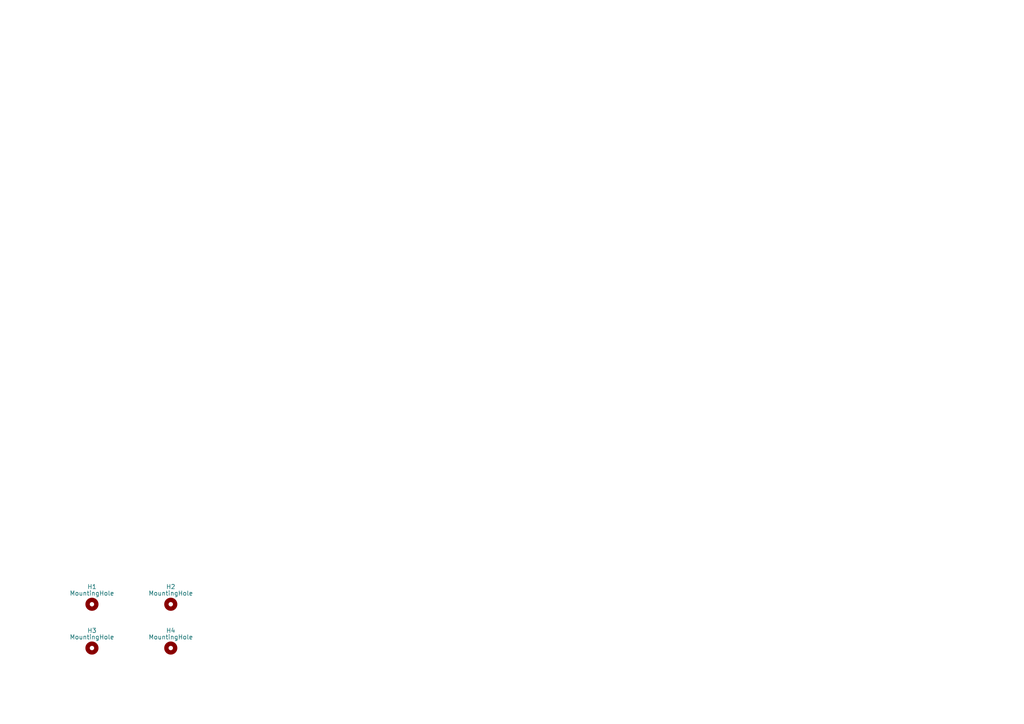
<source format=kicad_sch>
(kicad_sch (version 20210126) (generator eeschema)
  (paper "A4")
  (lib_symbols
    (symbol "Mechanical:MountingHole" (pin_names (offset 1.016)) (in_bom no)
      (property "Reference" "H" (at 0 5.08 0))
      (property "Value" "MountingHole" (at 0 3.175 0))
      (symbol "MountingHole_0_1"
        (circle (center 0 0) (radius 1.27) (stroke (width 1.27)))
      )
    )
  )
  (symbol (lib_id "Mechanical:MountingHole") (at 26.67 175.26 0) (unit 1) (in_bom no)
    (property "Reference" "H1" (at 26.67 170.18 0))
    (property "Value" "MountingHole" (at 26.67 172.085 0))
    (property "Footprint" "MountingHole:MountingHole_3.2mm_M3" (effects hide))
  )
  (symbol (lib_id "Mechanical:MountingHole") (at 26.67 187.96 0) (unit 1) (in_bom no)
    (property "Reference" "H3" (at 26.67 182.88 0))
    (property "Value" "MountingHole" (at 26.67 184.785 0))
    (property "Footprint" "MountingHole:MountingHole_3.2mm_M3" (effects hide))
  )
  (symbol (lib_id "Mechanical:MountingHole") (at 49.53 175.26 0) (unit 1) (in_bom no)
    (property "Reference" "H2" (at 49.53 170.18 0))
    (property "Value" "MountingHole" (at 49.53 172.085 0))
    (property "Footprint" "MountingHole:MountingHole_3.2mm_M3" (effects hide))
  )
  (symbol (lib_id "Mechanical:MountingHole") (at 49.53 187.96 0) (unit 1) (in_bom no)
    (property "Reference" "H4" (at 49.53 182.88 0))
    (property "Value" "MountingHole" (at 49.53 184.785 0))
    (property "Footprint" "MountingHole:MountingHole_3.2mm_M3" (effects hide))
  )
)
</source>
